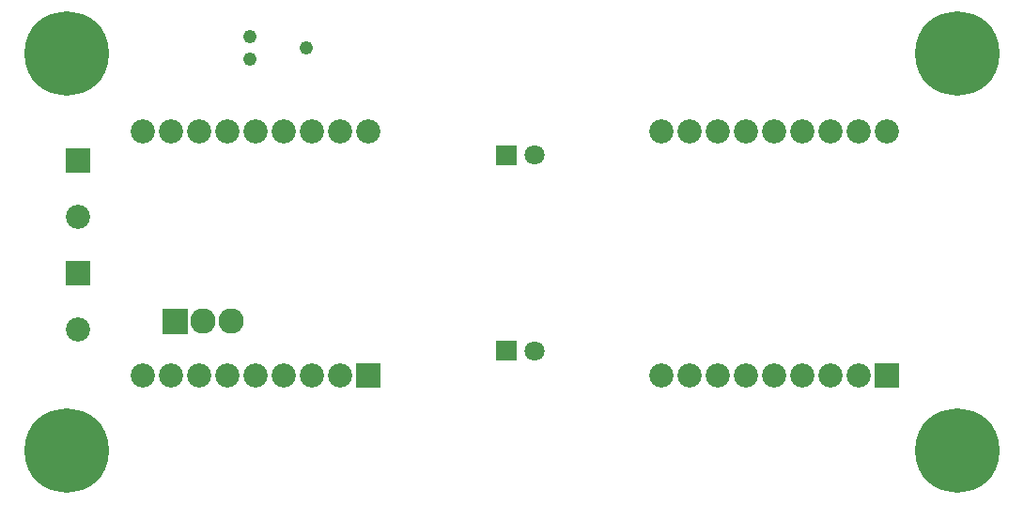
<source format=gbr>
G04 start of page 8 for group -4062 idx -4062 *
G04 Title: (unknown), soldermask *
G04 Creator: pcb 20140316 *
G04 CreationDate: Fri 02 Jun 2017 03:03:48 AM GMT UTC *
G04 For: railfan *
G04 Format: Gerber/RS-274X *
G04 PCB-Dimensions (mil): 3500.00 1750.00 *
G04 PCB-Coordinate-Origin: lower left *
%MOIN*%
%FSLAX25Y25*%
%LNBOTTOMMASK*%
%ADD87C,0.0490*%
%ADD86C,0.0900*%
%ADD85C,0.0710*%
%ADD84C,0.0860*%
%ADD83C,0.0001*%
%ADD82C,0.2997*%
G54D82*X333000Y17000D03*
G54D83*G36*
X303700Y48000D02*Y39400D01*
X312300D01*
Y48000D01*
X303700D01*
G37*
G54D84*X298000Y43700D03*
X288000D03*
X278000D03*
X268000D03*
X258000D03*
X248000D03*
X238000D03*
X228000D03*
G54D82*X333000Y158000D03*
G54D84*X308000Y130300D03*
X298000D03*
X288000D03*
X278000D03*
X268000D03*
X258000D03*
X248000D03*
X238000D03*
X228000D03*
G54D83*G36*
X169450Y125550D02*Y118450D01*
X176550D01*
Y125550D01*
X169450D01*
G37*
G54D85*X183000Y122000D03*
G54D82*X17000Y17000D03*
Y158000D03*
G54D83*G36*
X16700Y124300D02*Y115700D01*
X25300D01*
Y124300D01*
X16700D01*
G37*
G54D84*X21000Y100000D03*
G54D83*G36*
X16700Y84300D02*Y75700D01*
X25300D01*
Y84300D01*
X16700D01*
G37*
G54D84*X21000Y60000D03*
G54D83*G36*
X169450Y56050D02*Y48950D01*
X176550D01*
Y56050D01*
X169450D01*
G37*
G54D85*X183000Y52500D03*
G54D83*G36*
X119700Y48000D02*Y39400D01*
X128300D01*
Y48000D01*
X119700D01*
G37*
G54D84*X114000Y43700D03*
X104000D03*
X94000D03*
X84000D03*
X74000D03*
G54D86*X75500Y63000D03*
G54D84*X64000Y43700D03*
X54000D03*
X44000D03*
G54D86*X65500Y63000D03*
G54D83*G36*
X51000Y67500D02*Y58500D01*
X60000D01*
Y67500D01*
X51000D01*
G37*
G54D87*X102000Y160000D03*
X82000Y156000D03*
Y164000D03*
G54D84*X124000Y130300D03*
X114000D03*
X104000D03*
X94000D03*
X84000D03*
X74000D03*
X64000D03*
X54000D03*
X44000D03*
M02*

</source>
